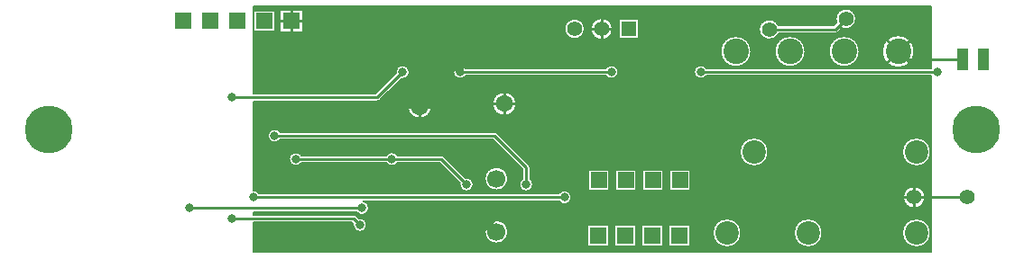
<source format=gbl>
%FSLAX35Y35*%
%MOMM*%
G04 EasyPC Gerber Version 18.0.8 Build 3632 *
%ADD113R,1.01600X2.03200*%
%ADD106R,1.40000X1.40000*%
%ADD102R,1.52400X1.52400*%
%ADD10C,0.12700*%
%ADD15C,0.25400*%
%ADD78C,0.81280*%
%ADD105C,1.40000*%
%ADD76C,1.42240*%
%ADD114C,1.60000*%
%ADD112C,1.70000*%
%ADD108C,2.20000*%
%ADD101C,2.40000*%
%ADD100C,4.50000*%
X0Y0D02*
D02*
D10*
X2330420Y99050D02*
X8690420D01*
Y1758270*
X6583700*
G75*
G02X6465650Y1795100I-53280J36830*
G01*
G75*
G02X6583700Y1831930I64770*
G01*
X8690420*
Y2413650*
X2330420*
Y1591930*
X3475160*
X3666700Y1783470*
G75*
G02X3665650Y1795100I63710J11610*
G01*
G75*
G02X3795190I64770*
G01*
G75*
G02X3718790Y1731380I-64770*
G01*
X3516460Y1529060*
G75*
G02X3490420Y1518270I-26040J26040*
G01*
X2330420*
Y679870*
G75*
G02X2382880Y651930I-820J-64770*
G01*
X5197140*
G75*
G02X5315190Y615100I53280J-36830*
G01*
G75*
G02X5197140Y578270I-64770*
G01*
X3364730*
G75*
G02X3415190Y515100I-14310J-63170*
G01*
G75*
G02X3297140Y478270I-64770*
G01*
X2330420*
Y451930*
X3270420*
G75*
G02X3296460Y441140J-36830*
G01*
X3318790Y418820*
G75*
G02X3395190Y355100I11630J-63720*
G01*
G75*
G02X3265650I-64770*
G01*
G75*
G02X3266700Y366730I64760J20*
G01*
X3255160Y378270*
X2330420*
Y99050*
X2332120Y2174800D02*
Y2375400D01*
X2532720*
Y2174800*
X2332120*
X2578470Y2167150D02*
Y2383050D01*
X2794370*
Y2167150*
X2578470*
X2582880Y1158270D02*
G75*
G02X2464830Y1195100I-53280J36830D01*
G01*
G75*
G02X2582880Y1231930I64770*
G01*
X4590420*
G75*
G02X4616460Y1221140J-36830*
G01*
X4916460Y921140*
G75*
G02X4927250Y895100I-26040J-26040*
G01*
Y788380*
G75*
G02X4955190Y735100I-36830J-53280*
G01*
G75*
G02X4825650I-64770*
G01*
G75*
G02X4853590Y788380I64770*
G01*
Y879840*
X4575160Y1158270*
X2582880*
X2782880Y938270D02*
G75*
G02X2664830Y975100I-53280J36830D01*
G01*
G75*
G02X2782880Y1011930I64770*
G01*
X3577140*
G75*
G02X3683700I53280J-36830*
G01*
X4090420*
G75*
G02X4116460Y1001140J-36830*
G01*
X4318790Y798820*
G75*
G02X4395190Y735100I11630J-63720*
G01*
G75*
G02X4265650I-64770*
G01*
G75*
G02X4266700Y746730I64760J20*
G01*
X4075160Y938270*
X3683700*
G75*
G02X3577140I-53280J36830*
G01*
X2782880*
X3778670Y1469400D02*
G75*
G02X4002170I111750D01*
G01*
G75*
G02X3778670I-111750*
G01*
X4323700Y1758270D02*
G75*
G02X4205650Y1795100I-53280J36830D01*
G01*
G75*
G02X4323700Y1831930I64770*
G01*
X5637140*
G75*
G02X5755190Y1795100I53280J-36830*
G01*
G75*
G02X5637140Y1758270I-64770*
G01*
X4323700*
X4572970Y1495100D02*
G75*
G02X4796470I111750D01*
G01*
G75*
G02X4572970I-111750*
G01*
X4610420Y181200D02*
G75*
G02Y399460J109130D01*
G01*
G75*
G02Y181200J-109130*
G01*
Y681200D02*
G75*
G02Y899460J109130D01*
G01*
G75*
G02Y681200J-109130*
G01*
X5250240Y2200760D02*
G75*
G02X5438500I94130D01*
G01*
G75*
G02X5250240I-94130*
G01*
X5470120Y676000D02*
Y876700D01*
X5670720*
Y676000*
X5470120*
X5496620Y2200760D02*
G75*
G02X5700120I101750D01*
G01*
G75*
G02X5496620I-101750*
G01*
X5668720Y356700D02*
Y156000D01*
X5468120*
Y356700*
X5668720*
X5724120Y676000D02*
Y876700D01*
X5924720*
Y676000*
X5724120*
X5758220Y2106600D02*
Y2294900D01*
X5946520*
Y2106600*
X5758220*
X5922720Y356700D02*
Y156000D01*
X5722120*
Y356700*
X5922720*
X5978120Y676000D02*
Y876700D01*
X6178720*
Y676000*
X5978120*
X6176720Y356700D02*
Y156000D01*
X5976120*
Y356700*
X6176720*
X6232120Y676000D02*
Y876700D01*
X6432720*
Y676000*
X6232120*
X6430720Y356700D02*
Y156000D01*
X6230120*
Y356700*
X6430720*
X6908250Y280230D02*
G75*
G02X6639990I-134130D01*
G01*
G75*
G02X6908250I134130*
G01*
X7001710Y1988240D02*
G75*
G02X6713450I-144130D01*
G01*
G75*
G02X7001710I144130*
G01*
X7162250Y1042230D02*
G75*
G02X6893990I-134130D01*
G01*
G75*
G02X7162250I134130*
G01*
X7258260Y2158270D02*
G75*
G02X7075170Y2195100I-87840J36830D01*
G01*
G75*
G02X7258260Y2231930I95250*
G01*
X7775160*
X7802260Y2259030*
G75*
G02X7795170Y2295100I88160J36060*
G01*
G75*
G02X7985670I95250*
G01*
G75*
G02X7854350Y2206940I-95250*
G01*
X7816460Y2169060*
G75*
G02X7790420Y2158270I-26040J26040*
G01*
X7258260*
X7509710Y1988240D02*
G75*
G02X7221450I-144130D01*
G01*
G75*
G02X7509710I144130*
G01*
X7670250Y280230D02*
G75*
G02X7401990I-134130D01*
G01*
G75*
G02X7670250I134130*
G01*
X8017710Y1988240D02*
G75*
G02X7729450I-144130D01*
G01*
G75*
G02X8017710I144130*
G01*
X8427550Y615100D02*
G75*
G02X8633290I102870D01*
G01*
G75*
G02X8427550I-102870*
G01*
X8533330Y1988240D02*
G75*
G02X8229830I-151750D01*
G01*
G75*
G02X8533330I151750*
G01*
X8686250Y280230D02*
G75*
G02X8417990I-134130D01*
G01*
G75*
G02X8686250I134130*
G01*
Y1042230D02*
G75*
G02X8417990I-134130D01*
G01*
G75*
G02X8686250I134130*
G01*
X2330420Y2275100D02*
G36*
Y1988240D01*
X6713450*
G75*
G02X7001710I144130*
G01*
X7221450*
G75*
G02X7509710I144130*
G01*
X7729450*
G75*
G02X8017710I144130*
G01*
X8229830*
G75*
G02X8533330I151750*
G01*
X8690420*
Y2275100*
X7983550*
G75*
G02X7854350Y2206940I-93130J20000*
G01*
X7816460Y2169060*
G75*
G02X7790420Y2158270I-26040J26040*
G01*
X7258260*
G75*
G02X7075170Y2195100I-87840J36830*
G01*
G75*
G02X7118720Y2275100I95250*
G01*
X5946520*
Y2106600*
X5758220*
Y2275100*
X5667840*
G75*
G02X5700120Y2200760I-69470J-74340*
G01*
G75*
G02X5496620I-101750*
G01*
G75*
G02X5528900Y2275100I101750*
G01*
X5402110*
G75*
G02X5438500Y2200760I-57740J-74340*
G01*
G75*
G02X5250240I-94130*
G01*
G75*
G02X5286630Y2275100I94130*
G01*
X2794370*
Y2167150*
X2578470*
Y2275100*
X2532720*
Y2174800*
X2332120*
Y2275100*
X2330420*
G37*
X2332120D02*
G36*
Y2375400D01*
X2532720*
Y2275100*
X2578470*
Y2383050*
X2794370*
Y2275100*
X5286630*
G75*
G02X5402110I57740J-74340*
G01*
X5528900*
G75*
G02X5667840I69470J-74340*
G01*
X5758220*
Y2294900*
X5946520*
Y2275100*
X7118720*
G75*
G02X7258260Y2231930I51700J-80000*
G01*
X7775160*
X7802260Y2259030*
G75*
G02X7795170Y2295100I88160J36060*
G01*
G75*
G02X7985670I95250*
G01*
G75*
G02X7983550Y2275100I-95250J-20*
G01*
X8690420*
Y2413650*
X2330420*
Y2275100*
X2332120*
G37*
X2330420Y965100D02*
G36*
Y790330D01*
X4223100*
X4075160Y938270*
X3683700*
G75*
G02X3577140I-53280J36830*
G01*
X2782880*
G75*
G02X2665610Y965100I-53280J36830*
G01*
X2330420*
G37*
X2665610D02*
G36*
G75*
G02X2664830Y975100I63980J10020D01*
G01*
G75*
G02X2782880Y1011930I64770*
G01*
X3577140*
G75*
G02X3683700I53280J-36830*
G01*
X4090420*
G75*
G02X4116460Y1001140J-36830*
G01*
X4152500Y965100*
X4768330*
X4575160Y1158270*
X2582880*
G75*
G02X2464830Y1195100I-53280J36830*
G01*
G75*
G02X2582880Y1231930I64770*
G01*
X4590420*
G75*
G02X4616460Y1221140J-36830*
G01*
X4872500Y965100*
X6918380*
G75*
G02X6893990Y1042230I109740J77120*
G01*
G75*
G02X7162250I134130*
G01*
G75*
G02X7137860Y965100I-134130J-10*
G01*
X8442380*
G75*
G02X8417990Y1042230I109740J77120*
G01*
G75*
G02X8686250I134130*
G01*
G75*
G02X8661860Y965100I-134130J-10*
G01*
X8690420*
Y1469400*
X4793470*
G75*
G02X4575970I-108750J25700*
G01*
X4002170*
G75*
G02X3778670I-111750*
G01*
X2330420*
Y965100*
X2665610*
G37*
X4152500D02*
G36*
X4318790Y798820D01*
G75*
G02X4364260Y790330I11630J-63720*
G01*
X4501290*
G75*
G02X4610420Y899460I109130*
G01*
G75*
G02X4719550Y790330J-109130*
G01*
X4853590*
Y879840*
X4768330Y965100*
X4152500*
G37*
X4872500D02*
G36*
X4916460Y921140D01*
G75*
G02X4927250Y895100I-26040J-26040*
G01*
Y790330*
X5470120*
Y876700*
X5670720*
Y790330*
X5724120*
Y876700*
X5924720*
Y790330*
X5978120*
Y876700*
X6178720*
Y790330*
X6232120*
Y876700*
X6432720*
Y790330*
X8690420*
Y965100*
X8661860*
G75*
G02X8442380I-109740J77130*
G01*
X7137860*
G75*
G02X6918380I-109740J77130*
G01*
X4872500*
G37*
X3778670Y1469400D02*
G36*
G75*
G02X4002170I111750D01*
G01*
X4575970*
G75*
G02X4572970Y1495100I108740J25720*
G01*
G75*
G02X4796470I111750*
G01*
G75*
G02X4793470Y1469400I-111750J20*
G01*
X8690420*
Y1758270*
X6583700*
G75*
G02X6465650Y1795100I-53280J36830*
G01*
X5755190*
G75*
G02X5637140Y1758270I-64770*
G01*
X4323700*
G75*
G02X4205650Y1795100I-53280J36830*
G01*
X3795190*
G75*
G02X3718790Y1731380I-64770*
G01*
X3516460Y1529060*
G75*
G02X3490420Y1518270I-26040J26040*
G01*
X2330420*
Y1469400*
X3778670*
G37*
X4205650Y1795100D02*
G36*
G75*
G02X4323700Y1831930I64770D01*
G01*
X5637140*
G75*
G02X5755190Y1795100I53280J-36830*
G01*
X6465650*
G75*
G02X6583700Y1831930I64770*
G01*
X8690420*
Y1988240*
X8533330*
G75*
G02X8229830I-151750*
G01*
X8017710*
G75*
G02X7729450I-144130*
G01*
X7509710*
G75*
G02X7221450I-144130*
G01*
X7001710*
G75*
G02X6713450I-144130*
G01*
X2330420*
Y1591930*
X3475160*
X3666700Y1783470*
G75*
G02X3665650Y1795100I63710J11610*
G01*
G75*
G02X3795190I64770*
G01*
X4205650*
G37*
X2330420Y290330D02*
G36*
Y99050D01*
X8690420*
Y290330*
X8685870*
G75*
G02X8686250Y280230I-133760J-10090*
G01*
G75*
G02X8417990I-134130*
G01*
G75*
G02X8418370Y290330I134110J10*
G01*
X7669870*
G75*
G02X7670250Y280230I-133760J-10090*
G01*
G75*
G02X7401990I-134130*
G01*
G75*
G02X7402370Y290330I134110J10*
G01*
X6907870*
G75*
G02X6908250Y280230I-133760J-10090*
G01*
G75*
G02X6639990I-134130*
G01*
G75*
G02X6640370Y290330I134110J10*
G01*
X6430720*
Y156000*
X6230120*
Y290330*
X6176720*
Y156000*
X5976120*
Y290330*
X5922720*
Y156000*
X5722120*
Y290330*
X5668720*
Y156000*
X5468120*
Y290330*
X4719550*
G75*
G02X4610420Y181200I-109130*
G01*
G75*
G02X4501290Y290330J109130*
G01*
X2330420*
G37*
X4501290D02*
G36*
G75*
G02X4610420Y399460I109130D01*
G01*
G75*
G02X4719550Y290330J-109130*
G01*
X5468120*
Y356700*
X5668720*
Y290330*
X5722120*
Y356700*
X5922720*
Y290330*
X5976120*
Y356700*
X6176720*
Y290330*
X6230120*
Y356700*
X6430720*
Y290330*
X6640370*
G75*
G02X6907870I133750J-10100*
G01*
X7402370*
G75*
G02X7669870I133750J-10100*
G01*
X8418370*
G75*
G02X8685870I133750J-10100*
G01*
X8690420*
Y615100*
X8633290*
G75*
G02X8427550I-102870*
G01*
X5315190*
G75*
G02X5197140Y578270I-64770*
G01*
X3364730*
G75*
G02X3415190Y515100I-14310J-63170*
G01*
G75*
G02X3297140Y478270I-64770*
G01*
X2330420*
Y451930*
X3270420*
G75*
G02X3296460Y441140J-36830*
G01*
X3318790Y418820*
G75*
G02X3395190Y355100I11630J-63720*
G01*
G75*
G02X3265650I-64770*
G01*
G75*
G02X3266700Y366730I64760J20*
G01*
X3255160Y378270*
X2330420*
Y290330*
X4501290*
G37*
X2330420Y790330D02*
G36*
Y679870D01*
G75*
G02X2382880Y651930I-820J-64770*
G01*
X5197140*
G75*
G02X5315190Y615100I53280J-36830*
G01*
X8427550*
G75*
G02X8633290I102870*
G01*
X8690420*
Y790330*
X6432720*
Y676000*
X6232120*
Y790330*
X6178720*
Y676000*
X5978120*
Y790330*
X5924720*
Y676000*
X5724120*
Y790330*
X5670720*
Y676000*
X5470120*
Y790330*
X4927250*
Y788380*
G75*
G02X4955190Y735100I-36830J-53280*
G01*
G75*
G02X4825650I-64770*
G01*
G75*
G02X4853590Y788380I64770*
G01*
Y790330*
X4719550*
G75*
G02X4610420Y681200I-109130*
G01*
G75*
G02X4501290Y790330J109130*
G01*
X4364260*
G75*
G02X4395190Y735100I-33840J-55230*
G01*
G75*
G02X4265650I-64770*
G01*
G75*
G02X4266700Y746730I64760J20*
G01*
X4223100Y790330*
X2330420*
G37*
D02*
D15*
X2129600Y415100D02*
X3270420D01*
X3330420Y355100*
X2129600Y1555100D02*
X3490420D01*
X3730420Y1795100*
X2329600Y615100D02*
X5250420D01*
X2529600Y1195100D02*
X4590420D01*
X4890420Y895100*
Y735100*
X2622920Y2275100D02*
X2572120D01*
X2686420Y2211600D02*
Y2160800D01*
Y2338600D02*
Y2389400D01*
X2729600Y975100D02*
X3630420D01*
X2749920Y2275100D02*
X2800720D01*
X3350420Y515100D02*
X1729600D01*
X3630420Y975100D02*
X4090420D01*
X4330420Y735100*
X3823120Y1469400D02*
X3772320D01*
X3890420Y1402100D02*
Y1351300D01*
Y1536700D02*
Y1587500D01*
X3957720Y1469400D02*
X4008520D01*
X4617420Y1495100D02*
X4566620D01*
X4684720Y1427800D02*
Y1377000D01*
Y1562400D02*
Y1613200D01*
X4752020Y1495100D02*
X4802820D01*
X5541070Y2200760D02*
X5490270D01*
X5598370Y2143460D02*
Y2092660D01*
Y2258060D02*
Y2308860D01*
X5655670Y2200760D02*
X5706470D01*
X5690420Y1795100D02*
X4270420D01*
X6530420D02*
X8750420D01*
X7170420Y2195100D02*
X7790420D01*
X7890420Y2295100*
X8305710Y1912370D02*
X8269790Y1876450D01*
X8305710Y2064110D02*
X8269790Y2100030D01*
X8457450Y1912370D02*
X8493370Y1876450D01*
X8457450Y2064110D02*
X8493370Y2100030D01*
X8472000Y615100D02*
X8421200D01*
X8530420Y556680D02*
Y505880D01*
Y673520D02*
Y724320D01*
X8588840Y615100D02*
X8639640D01*
X8990420Y1915100D02*
X8454720D01*
X8381580Y1988240*
X9028820Y615100D02*
X8530420D01*
D02*
D76*
X7170420Y2195100D03*
X7890420Y2295100D03*
X8530420Y615100D03*
X9028820D03*
D02*
D78*
X1729600Y515100D03*
X2129600Y415100D03*
Y1555100D03*
X2329600Y615100D03*
X2529600Y1195100D03*
X2729600Y975100D03*
X3330420Y355100D03*
X3350420Y515100D03*
X3630420Y975100D03*
X3730420Y1795100D03*
X4270420D03*
X4330420Y735100D03*
X4890420D03*
X5250420Y615100D03*
X5690420Y1795100D03*
X6530420D03*
X8750420D03*
D02*
D100*
X406350Y1256350D03*
X9110420Y1255100D03*
D02*
D101*
X6857580Y1988240D03*
X7365580D03*
X7873580D03*
X8381580D03*
D02*
D102*
X1670420Y2275100D03*
X1924420D03*
X2178420D03*
X2432420D03*
X2686420D03*
X5568420Y256350D03*
X5570420Y776350D03*
X5822420Y256350D03*
X5824420Y776350D03*
X6076420Y256350D03*
X6078420Y776350D03*
X6330420Y256350D03*
X6332420Y776350D03*
D02*
D105*
X5344370Y2200760D03*
X5598370D03*
D02*
D106*
X5852370D03*
D02*
D108*
X6774120Y280230D03*
X7028120Y1042230D03*
X7536120Y280230D03*
X8552120D03*
Y1042230D03*
D02*
D112*
X4610420Y290330D03*
Y790330D03*
D02*
D113*
X8990420Y1915100D03*
X9180920D03*
D02*
D114*
X3890420Y1469400D03*
X4684720Y1495100D03*
X0Y0D02*
M02*

</source>
